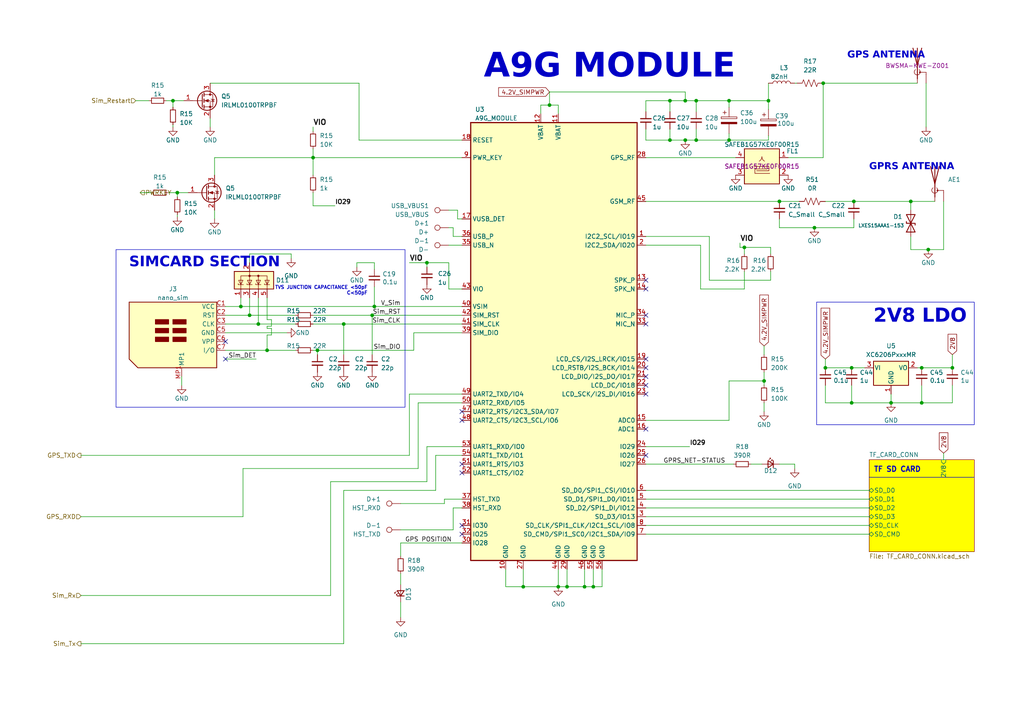
<source format=kicad_sch>
(kicad_sch (version 20230121) (generator eeschema)
  (paper "A4")
  (junction (at 161.925 170.18))
  (junction (at 267.335 116.84))
  (junction (at 69.85 88.9))
  (junction (at 172.085 170.18))
  (junction (at 151.765 170.18))
  (junction (at 269.24 72.39))
  (junction (at 194.31 29.21))
  (junction (at 222.885 29.21))
  (junction (at 194.31 40.64))
  (junction (at 247.015 106.68))
  (junction (at 92.075 101.6))
  (junction (at 276.225 106.68))
  (junction (at 159.385 30.48))
  (junction (at 247.65 58.42))
  (junction (at 198.755 40.64))
  (junction (at 108.585 88.9))
  (junction (at 221.615 110.49))
  (junction (at 247.015 116.84))
  (junction (at 211.455 40.64))
  (junction (at 226.06 58.42))
  (junction (at 99.695 93.98))
  (junction (at 264.16 58.42))
  (junction (at 51.435 55.88))
  (junction (at 107.95 91.44))
  (junction (at 201.93 29.21))
  (junction (at 123.825 76.2))
  (junction (at 239.395 106.68))
  (junction (at 50.165 29.21))
  (junction (at 258.445 116.84))
  (junction (at 90.805 45.72))
  (junction (at 201.93 40.64))
  (junction (at 74.93 93.98))
  (junction (at 72.39 91.44))
  (junction (at 215.9 71.755))
  (junction (at 198.755 29.21))
  (junction (at 267.335 106.68))
  (junction (at 164.465 170.18))
  (junction (at 77.47 101.6))
  (junction (at 211.455 29.21))
  (junction (at 236.22 66.04))
  (junction (at 169.545 170.18))
  (junction (at 238.76 24.13))
  (no_connect (at 187.325 111.76))
  (no_connect (at 187.325 91.44))
  (no_connect (at 187.325 104.14))
  (no_connect (at 133.985 119.38))
  (no_connect (at 187.325 83.82))
  (no_connect (at 187.325 114.3))
  (no_connect (at 187.325 132.08))
  (no_connect (at 187.325 109.22))
  (no_connect (at 133.985 134.62))
  (no_connect (at 133.985 154.94))
  (no_connect (at 187.325 124.46))
  (no_connect (at 187.325 93.98))
  (no_connect (at 187.325 81.28))
  (no_connect (at 133.985 121.92))
  (no_connect (at 65.405 99.06))
  (no_connect (at 133.985 137.16))
  (no_connect (at 65.405 104.14))
  (no_connect (at 187.325 106.68))
  (no_connect (at 133.985 152.4))
  (wire (pts (xy 108.585 76.2) (xy 108.585 78.105)))
  (wire (pts (xy 90.805 45.72) (xy 133.985 45.72)))
  (wire (pts (xy 211.455 110.49) (xy 221.615 110.49)))
  (wire (pts (xy 60.96 34.29) (xy 60.96 36.83)))
  (wire (pts (xy 107.95 102.87) (xy 107.95 91.44)))
  (wire (pts (xy 159.385 26.67) (xy 198.755 26.67)))
  (wire (pts (xy 50.165 31.115) (xy 50.165 29.21)))
  (wire (pts (xy 90.805 93.98) (xy 99.695 93.98)))
  (wire (pts (xy 267.335 106.68) (xy 276.225 106.68)))
  (wire (pts (xy 104.14 24.13) (xy 104.14 40.64)))
  (wire (pts (xy 264.16 60.96) (xy 264.16 58.42)))
  (wire (pts (xy 205.74 81.28) (xy 223.52 81.28)))
  (wire (pts (xy 126.365 142.24) (xy 99.695 142.24)))
  (wire (pts (xy 273.685 131.445) (xy 273.685 133.35)))
  (wire (pts (xy 198.755 26.67) (xy 198.755 29.21)))
  (wire (pts (xy 200.025 129.54) (xy 187.325 129.54)))
  (wire (pts (xy 51.435 55.88) (xy 54.61 55.88)))
  (wire (pts (xy 264.16 72.39) (xy 269.24 72.39)))
  (wire (pts (xy 90.805 36.83) (xy 90.805 38.1)))
  (wire (pts (xy 247.65 58.42) (xy 264.16 58.42)))
  (wire (pts (xy 50.165 36.83) (xy 50.165 36.195)))
  (wire (pts (xy 187.325 58.42) (xy 226.06 58.42)))
  (wire (pts (xy 264.16 58.42) (xy 271.145 58.42)))
  (wire (pts (xy 215.9 71.755) (xy 214.63 71.755)))
  (wire (pts (xy 77.47 95.25) (xy 78.74 95.25)))
  (wire (pts (xy 222.885 31.75) (xy 222.885 29.21)))
  (wire (pts (xy 221.615 110.49) (xy 221.615 111.76)))
  (wire (pts (xy 23.495 172.72) (xy 95.885 172.72)))
  (wire (pts (xy 239.395 58.42) (xy 247.65 58.42)))
  (wire (pts (xy 23.495 149.86) (xy 70.485 149.86)))
  (wire (pts (xy 164.465 165.1) (xy 164.465 170.18)))
  (wire (pts (xy 239.395 106.68) (xy 247.015 106.68)))
  (wire (pts (xy 247.65 66.04) (xy 236.22 66.04)))
  (wire (pts (xy 201.93 37.465) (xy 201.93 40.64)))
  (wire (pts (xy 65.405 91.44) (xy 72.39 91.44)))
  (wire (pts (xy 123.825 129.54) (xy 133.985 129.54)))
  (wire (pts (xy 238.76 24.13) (xy 266.065 24.13)))
  (wire (pts (xy 132.715 60.96) (xy 132.715 63.5)))
  (wire (pts (xy 130.175 71.12) (xy 133.985 71.12)))
  (wire (pts (xy 194.31 29.21) (xy 194.31 32.385)))
  (wire (pts (xy 203.2 83.82) (xy 203.2 71.12)))
  (wire (pts (xy 276.225 116.84) (xy 276.225 111.76)))
  (wire (pts (xy 65.405 93.98) (xy 74.93 93.98)))
  (wire (pts (xy 222.885 29.21) (xy 211.455 29.21)))
  (wire (pts (xy 258.445 116.84) (xy 258.445 114.3)))
  (wire (pts (xy 104.14 40.64) (xy 133.985 40.64)))
  (wire (pts (xy 226.06 58.42) (xy 231.775 58.42)))
  (wire (pts (xy 203.2 83.82) (xy 215.9 83.82)))
  (wire (pts (xy 74.93 93.98) (xy 85.725 93.98)))
  (wire (pts (xy 198.755 40.64) (xy 201.93 40.64)))
  (wire (pts (xy 187.325 147.32) (xy 252.095 147.32)))
  (wire (pts (xy 269.24 72.39) (xy 273.685 72.39)))
  (wire (pts (xy 130.175 66.04) (xy 131.445 66.04)))
  (wire (pts (xy 39.37 29.21) (xy 43.18 29.21)))
  (wire (pts (xy 151.765 165.1) (xy 151.765 170.18)))
  (wire (pts (xy 74.93 86.36) (xy 74.93 93.98)))
  (wire (pts (xy 116.205 166.37) (xy 116.205 169.545)))
  (wire (pts (xy 161.925 30.48) (xy 161.925 33.02)))
  (wire (pts (xy 40.64 55.88) (xy 43.815 55.88)))
  (wire (pts (xy 123.825 139.7) (xy 123.825 129.54)))
  (wire (pts (xy 205.74 68.58) (xy 205.74 81.28)))
  (wire (pts (xy 131.445 147.32) (xy 133.985 147.32)))
  (wire (pts (xy 130.175 76.2) (xy 130.175 83.82)))
  (wire (pts (xy 201.93 29.21) (xy 211.455 29.21)))
  (wire (pts (xy 120.015 96.52) (xy 120.015 101.6)))
  (wire (pts (xy 123.825 76.2) (xy 130.175 76.2)))
  (wire (pts (xy 198.755 29.21) (xy 201.93 29.21)))
  (wire (pts (xy 84.455 73.66) (xy 84.455 74.93)))
  (wire (pts (xy 65.405 88.9) (xy 69.85 88.9)))
  (wire (pts (xy 77.47 94.615) (xy 77.47 95.25)))
  (wire (pts (xy 217.805 134.62) (xy 220.98 134.62)))
  (wire (pts (xy 226.06 134.62) (xy 230.505 134.62)))
  (wire (pts (xy 159.385 30.48) (xy 161.925 30.48)))
  (wire (pts (xy 90.805 45.72) (xy 90.805 50.8)))
  (wire (pts (xy 214.63 70.485) (xy 214.63 71.755)))
  (wire (pts (xy 116.205 157.48) (xy 133.985 157.48)))
  (wire (pts (xy 78.74 97.155) (xy 77.47 97.155)))
  (wire (pts (xy 99.695 142.24) (xy 99.695 186.69)))
  (wire (pts (xy 116.205 153.67) (xy 131.445 153.67)))
  (wire (pts (xy 90.805 91.44) (xy 107.95 91.44)))
  (wire (pts (xy 52.705 109.22) (xy 52.705 111.76)))
  (wire (pts (xy 72.39 91.44) (xy 72.39 86.36)))
  (wire (pts (xy 65.405 104.14) (xy 74.295 104.14)))
  (wire (pts (xy 128.905 146.05) (xy 116.205 146.05)))
  (wire (pts (xy 133.985 144.78) (xy 128.905 144.78)))
  (wire (pts (xy 187.325 154.94) (xy 252.095 154.94)))
  (wire (pts (xy 130.175 83.82) (xy 133.985 83.82)))
  (wire (pts (xy 247.015 116.84) (xy 258.445 116.84)))
  (wire (pts (xy 172.085 170.18) (xy 174.625 170.18)))
  (wire (pts (xy 156.845 30.48) (xy 156.845 33.02)))
  (wire (pts (xy 77.47 86.36) (xy 77.47 92.71)))
  (wire (pts (xy 211.455 121.92) (xy 211.455 110.49)))
  (wire (pts (xy 70.485 135.89) (xy 70.485 149.86)))
  (wire (pts (xy 187.325 121.92) (xy 211.455 121.92)))
  (wire (pts (xy 266.065 106.68) (xy 267.335 106.68)))
  (wire (pts (xy 65.405 101.6) (xy 77.47 101.6)))
  (wire (pts (xy 169.545 165.1) (xy 169.545 170.18)))
  (wire (pts (xy 132.715 63.5) (xy 133.985 63.5)))
  (wire (pts (xy 77.47 94.615) (xy 78.74 94.615)))
  (wire (pts (xy 95.885 139.7) (xy 123.825 139.7)))
  (wire (pts (xy 264.16 68.58) (xy 264.16 72.39)))
  (wire (pts (xy 90.805 43.18) (xy 90.805 45.72)))
  (wire (pts (xy 69.85 88.9) (xy 69.85 86.36)))
  (wire (pts (xy 131.445 66.04) (xy 131.445 68.58)))
  (wire (pts (xy 60.96 24.13) (xy 104.14 24.13)))
  (wire (pts (xy 108.585 83.185) (xy 108.585 88.9)))
  (wire (pts (xy 247.65 63.5) (xy 247.65 66.04)))
  (wire (pts (xy 62.23 45.72) (xy 90.805 45.72)))
  (wire (pts (xy 239.395 104.14) (xy 239.395 106.68)))
  (wire (pts (xy 239.395 111.76) (xy 239.395 116.84)))
  (wire (pts (xy 164.465 170.18) (xy 169.545 170.18)))
  (wire (pts (xy 131.445 68.58) (xy 133.985 68.58)))
  (wire (pts (xy 126.365 132.08) (xy 126.365 142.24)))
  (wire (pts (xy 273.685 58.42) (xy 273.685 72.39)))
  (wire (pts (xy 198.755 29.21) (xy 194.31 29.21)))
  (wire (pts (xy 62.23 50.8) (xy 62.23 45.72)))
  (wire (pts (xy 223.52 71.755) (xy 223.52 73.66)))
  (wire (pts (xy 221.615 119.38) (xy 221.615 116.84)))
  (wire (pts (xy 131.445 153.67) (xy 131.445 147.32)))
  (wire (pts (xy 187.325 134.62) (xy 212.725 134.62)))
  (wire (pts (xy 133.985 132.08) (xy 126.365 132.08)))
  (wire (pts (xy 95.885 172.72) (xy 95.885 139.7)))
  (wire (pts (xy 90.805 101.6) (xy 92.075 101.6)))
  (wire (pts (xy 238.76 24.13) (xy 238.76 45.72)))
  (wire (pts (xy 174.625 170.18) (xy 174.625 165.1)))
  (wire (pts (xy 128.905 144.78) (xy 128.905 146.05)))
  (wire (pts (xy 161.925 170.18) (xy 164.465 170.18)))
  (wire (pts (xy 77.47 101.6) (xy 85.725 101.6)))
  (wire (pts (xy 215.9 73.66) (xy 215.9 71.755)))
  (wire (pts (xy 133.985 116.84) (xy 121.285 116.84)))
  (wire (pts (xy 211.455 31.115) (xy 211.455 29.21)))
  (wire (pts (xy 48.895 55.88) (xy 51.435 55.88)))
  (wire (pts (xy 107.95 91.44) (xy 133.985 91.44)))
  (wire (pts (xy 23.495 132.08) (xy 118.745 132.08)))
  (wire (pts (xy 116.205 174.625) (xy 116.205 179.07)))
  (polyline (pts (xy 252.095 138.43) (xy 282.575 138.43)))
  (wire (pts (xy 121.285 135.89) (xy 70.485 135.89)))
  (wire (pts (xy 187.325 149.86) (xy 252.095 149.86)))
  (wire (pts (xy 159.385 30.48) (xy 156.845 30.48)))
  (wire (pts (xy 226.06 66.04) (xy 226.06 63.5)))
  (wire (pts (xy 51.435 62.865) (xy 51.435 62.23)))
  (wire (pts (xy 118.745 76.2) (xy 123.825 76.2)))
  (wire (pts (xy 90.805 59.69) (xy 97.155 59.69)))
  (wire (pts (xy 211.455 40.64) (xy 211.455 38.735)))
  (wire (pts (xy 118.745 114.3) (xy 133.985 114.3)))
  (wire (pts (xy 48.26 29.21) (xy 50.165 29.21)))
  (wire (pts (xy 222.885 39.37) (xy 222.885 40.64)))
  (wire (pts (xy 23.495 186.69) (xy 99.695 186.69)))
  (wire (pts (xy 187.325 68.58) (xy 205.74 68.58)))
  (wire (pts (xy 51.435 57.15) (xy 51.435 55.88)))
  (wire (pts (xy 146.685 170.18) (xy 151.765 170.18)))
  (wire (pts (xy 50.165 29.21) (xy 53.34 29.21)))
  (wire (pts (xy 130.175 60.96) (xy 132.715 60.96)))
  (wire (pts (xy 230.505 134.62) (xy 230.505 135.89)))
  (wire (pts (xy 78.74 95.25) (xy 78.74 97.155)))
  (wire (pts (xy 211.455 40.64) (xy 222.885 40.64)))
  (wire (pts (xy 118.745 132.08) (xy 118.745 114.3)))
  (wire (pts (xy 215.9 78.74) (xy 215.9 83.82)))
  (wire (pts (xy 159.385 26.67) (xy 159.385 30.48)))
  (wire (pts (xy 187.325 45.72) (xy 213.36 45.72)))
  (wire (pts (xy 221.615 100.33) (xy 221.615 102.87)))
  (wire (pts (xy 194.31 37.465) (xy 194.31 40.64)))
  (wire (pts (xy 151.765 170.18) (xy 161.925 170.18)))
  (wire (pts (xy 103.505 76.2) (xy 108.585 76.2)))
  (wire (pts (xy 161.925 165.1) (xy 161.925 170.18)))
  (wire (pts (xy 194.31 40.64) (xy 198.755 40.64)))
  (wire (pts (xy 221.615 107.95) (xy 221.615 110.49)))
  (wire (pts (xy 78.74 92.71) (xy 78.74 94.615)))
  (wire (pts (xy 77.47 92.71) (xy 78.74 92.71)))
  (wire (pts (xy 92.075 101.6) (xy 92.075 102.87)))
  (wire (pts (xy 116.205 157.48) (xy 116.205 161.29)))
  (wire (pts (xy 90.805 55.88) (xy 90.805 59.69)))
  (wire (pts (xy 203.2 71.12) (xy 187.325 71.12)))
  (wire (pts (xy 121.285 116.84) (xy 121.285 135.89)))
  (wire (pts (xy 133.985 96.52) (xy 120.015 96.52)))
  (wire (pts (xy 187.325 37.465) (xy 187.325 40.64)))
  (wire (pts (xy 222.885 24.13) (xy 222.885 29.21)))
  (wire (pts (xy 65.405 96.52) (xy 83.185 96.52)))
  (wire (pts (xy 231.14 24.13) (xy 230.505 24.13)))
  (wire (pts (xy 99.695 102.87) (xy 99.695 93.98)))
  (wire (pts (xy 215.9 71.755) (xy 223.52 71.755)))
  (wire (pts (xy 194.31 29.21) (xy 187.325 29.21)))
  (wire (pts (xy 239.395 116.84) (xy 247.015 116.84)))
  (wire (pts (xy 103.505 77.47) (xy 103.505 76.2)))
  (wire (pts (xy 187.325 40.64) (xy 194.31 40.64)))
  (wire (pts (xy 187.325 29.21) (xy 187.325 32.385)))
  (wire (pts (xy 108.585 88.9) (xy 133.985 88.9)))
  (wire (pts (xy 247.015 106.68) (xy 250.825 106.68)))
  (wire (pts (xy 72.39 73.66) (xy 72.39 76.2)))
  (wire (pts (xy 223.52 78.74) (xy 223.52 81.28)))
  (wire (pts (xy 99.695 93.98) (xy 133.985 93.98)))
  (wire (pts (xy 187.325 142.24) (xy 252.095 142.24)))
  (wire (pts (xy 62.23 60.96) (xy 62.23 63.5)))
  (wire (pts (xy 77.47 97.155) (xy 77.47 101.6)))
  (wire (pts (xy 236.22 66.04) (xy 226.06 66.04)))
  (wire (pts (xy 69.85 88.9) (xy 108.585 88.9)))
  (wire (pts (xy 228.6 45.72) (xy 238.76 45.72)))
  (wire (pts (xy 268.605 36.83) (xy 268.605 24.13)))
  (wire (pts (xy 172.085 165.1) (xy 172.085 170.18)))
  (wire (pts (xy 267.335 111.76) (xy 267.335 116.84)))
  (wire (pts (xy 201.93 40.64) (xy 211.455 40.64)))
  (wire (pts (xy 247.015 111.76) (xy 247.015 116.84)))
  (wire (pts (xy 201.93 29.21) (xy 201.93 32.385)))
  (wire (pts (xy 276.225 102.87) (xy 276.225 106.68)))
  (wire (pts (xy 146.685 165.1) (xy 146.685 170.18)))
  (wire (pts (xy 258.445 116.84) (xy 267.335 116.84)))
  (wire (pts (xy 187.325 144.78) (xy 252.095 144.78)))
  (wire (pts (xy 267.335 116.84) (xy 276.225 116.84)))
  (wire (pts (xy 72.39 91.44) (xy 85.725 91.44)))
  (wire (pts (xy 84.455 73.66) (xy 72.39 73.66)))
  (wire (pts (xy 169.545 170.18) (xy 172.085 170.18)))
  (wire (pts (xy 92.075 101.6) (xy 120.015 101.6)))
  (wire (pts (xy 123.825 76.2) (xy 123.825 77.47)))
  (wire (pts (xy 187.325 152.4) (xy 252.095 152.4)))
  (rectangle (start 236.855 87.63) (end 282.575 123.19))
  (rectangle (start 33.655 72.39) (end 117.475 118.11))
  (text "GPS ANTENNA" (at 245.745 17.78 0) (effects (font (size 2 2) (thickness 0.4) bold) (justify left bottom)))
  (text "SIMCARD SECTION" (at 37.465 78.74 0) (effects (font (size 3 3) (thickness 0.6) bold) (justify left bottom)))
  (text "TVS JUNCTION CAPACITANCE <50pF\nC<50pF" (at 106.68 85.725 0) (effects (font (size 1 1) bold) (justify right bottom)))
  (text "2V8 LDO" (at 253.365 95.25 0) (effects (font (size 4 4) bold) (justify left bottom)))
  (text "A9G MODULE" (at 140.335 25.4 0) (effects (font (size 7 7) bold) (justify left bottom)))
  (text "TF SD CARD" (at 253.365 137.16 0) (effects (font (size 1.5 1.5) (thickness 0.3) bold) (justify left bottom)))
  (text "GPRS ANTENNA" (at 252.095 50.165 0) (effects (font (size 2 2) (thickness 0.4) bold) (justify left bottom)))
  (label "IO29" (at 97.155 59.69 0) (effects (font bold)))
  (label "IO29" (at 200.025 129.54 0) (effects (font bold)))
  (label "Sim_CLK" (at 116.205 93.98 180))
  (label "Sim_RST" (at 116.205 91.44 180))
  (label "Sim_DET" (at 74.295 104.14 180))
  (label "Sim_DIO" (at 116.205 101.6 180))
  (label "VIO" (at 214.63 70.485 0) (effects (font (size 1.5 1.5) (thickness 0.3) bold)))
  (label "VIO" (at 118.745 76.2 0) (effects (font (size 1.5 1.5) (thickness 0.3) bold)))
  (label "GPRS_NET-STATUS" (at 192.405 134.62 0))
  (label "V_Sim" (at 116.205 88.9 180))
  (label "GPS POSITION" (at 117.475 157.48 0))
  (label "VIO" (at 90.805 36.83 0) (effects (font (size 1.5 1.5) (thickness 0.3) bold)))
  (global_label "2V8" (shape input) (at 273.685 131.445 90) (property "Intersheetrefs" "${INTERSHEET_REFS}" (effects hide)))
  (global_label "4.2V_SIMPWR" (shape input) (at 239.395 104.14 90) (property "Intersheetrefs" "${INTERSHEET_REFS}" (effects hide)))
  (global_label "4.2V_SIMPWR" (shape input) (at 159.385 26.67 180) (property "Intersheetrefs" "${INTERSHEET_REFS}" (effects hide)))
  (global_label "4.2V_SIMPWR" (shape input) (at 221.615 100.33 90) (property "Intersheetrefs" "${INTERSHEET_REFS}" (effects hide)))
  (global_label "2V8" (shape input) (at 276.225 102.87 90) (property "Intersheetrefs" "${INTERSHEET_REFS}" (effects hide)))
  (hierarchical_label "PWRKEY" (shape input) (at 40.64 55.88 0))
  (hierarchical_label "GPS_RXD" (shape input) (at 23.495 149.86 180))
  (hierarchical_label "Sim_Restart" (shape input) (at 39.37 29.21 180))
  (hierarchical_label "Sim_Rx" (shape input) (at 23.495 172.72 180))
  (hierarchical_label "GPS_TXD" (shape output) (at 23.495 132.08 180))
  (hierarchical_label "Sim_Tx" (shape output) (at 23.495 186.69 180))
  (symbol (lib_id "Transistor_FET:BSN20") (at 59.69 55.88 0) (unit 1)
    (property "Reference" "Q5" (at 65.405 54.61 0) (effects (justify left)))
    (property "Value" "IRLML0100TRPBF" (at 65.405 57.15 0) (effects (justify left)))
    (property "Footprint" "Package_TO_SOT_SMD:SOT-23" (effects hide))
    (property "Datasheet" "http://www.diodes.com/assets/Datasheets/ds31898.pdf" (effects hide))
    (instances (project "SIM7000G_GPS_GPRS_MODULE" (path "" (reference "Q5") (unit 1))) (project "GPS_MODULE_V3.kicad_pro" (path "" (reference "Q3") (unit 1))) (project "proxy_obdII_logger_hardware" (path "" (reference "Q5") (unit 1))) (project "Weather_Station_Project" (path "" (reference "Q5") (unit 1))) (project "BIM_PCB" (path "" (reference "Q6") (unit 1))) (project "SIM_Module_Interface" (path "" (reference "Q5") (unit 1))) (project "ELIESTER_V2" (path "" (reference "Q8") (unit 1))))
  )
  (symbol (lib_id "Device:R_Small") (at 90.805 53.34 180) (unit 1)
    (property "Reference" "R15" (at 92.71 52.07 0) (effects (justify right)))
    (property "Value" "1k" (at 92.71 54.61 0) (effects (justify right)))
    (property "Footprint" "Resistor_SMD:R_0402_1005Metric" (effects hide))
    (instances (project "SIM7000G_GPS_GPRS_MODULE" (path "" (reference "R15") (unit 1))) (project "GPS_MODULE_V3.kicad_pro" (path "" (reference "R12") (unit 1))) (project "proxy_obdII_logger_hardware" (path "" (reference "R15") (unit 1))) (project "Weather_Station_Project" (path "" (reference "R15") (unit 1))) (project "BIM_PCB" (path "" (reference "R23") (unit 1))) (project "SIM_Module_Interface" (path "" (reference "R15") (unit 1))) (project "ELIESTER_V2" (path "" (reference "R60") (unit 1))))
  )
  (symbol (lib_id "Device:R_Small") (at 90.805 40.64 180) (unit 1)
    (property "Reference" "R15" (at 92.71 39.37 0) (effects (justify right)))
    (property "Value" "10K" (at 92.71 41.91 0) (effects (justify right)))
    (property "Footprint" "Resistor_SMD:R_0402_1005Metric" (effects hide))
    (instances (project "SIM7000G_GPS_GPRS_MODULE" (path "" (reference "R15") (unit 1))) (project "GPS_MODULE_V3.kicad_pro" (path "" (reference "R11") (unit 1))) (project "proxy_obdII_logger_hardware" (path "" (reference "R15") (unit 1))) (project "Weather_Station_Project" (path "" (reference "R16") (unit 1))) (project "BIM_PCB" (path "" (reference "R22") (unit 1))) (project "SIM_Module_Interface" (path "" (reference "R15") (unit 1))) (project "ELIESTER_V2" (path "" (reference "R61") (unit 1))))
  )
  (symbol (lib_id "Device:R_Small") (at 51.435 59.69 180) (unit 1)
    (property "Reference" "R15" (at 53.34 59.055 0) (effects (justify right)))
    (property "Value" "10K" (at 53.34 61.595 0) (effects (justify right)))
    (property "Footprint" "Resistor_SMD:R_0402_1005Metric" (effects hide))
    (instances (project "SIM7000G_GPS_GPRS_MODULE" (path "" (reference "R15") (unit 1))) (project "GPS_MODULE_V3.kicad_pro" (path "" (reference "R14") (unit 1))) (project "proxy_obdII_logger_hardware" (path "" (reference "R15") (unit 1))) (project "Weather_Station_Project" (path "" (reference "R16") (unit 1))) (project "BIM_PCB" (path "" (reference "R25") (unit 1))) (project "SIM_Module_Interface" (path "" (reference "R15") (unit 1))) (project "ELIESTER_V2" (path "" (reference "R61") (unit 1))))
  )
  (symbol (lib_id "Device:LED_Small") (at 223.52 134.62 0) (mirror y) (unit 1)
    (property "Reference" "D12" (at 223.52 136.525 0))
    (property "Value" "ORANGE" (effects hide))
    (property "Footprint" "LED_SMD:LED_0402_1005Metric" (effects hide))
    (instances (project "SIM7000G_GPS_GPRS_MODULE" (path "" (reference "D12") (unit 1))) (project "GPS_MODULE_V3.kicad_pro" (path "" (reference "D8") (unit 1))) (project "proxy_obdII_logger_hardware" (path "" (reference "D12") (unit 1))) (project "Weather_Station_Project" (path "" (reference "D3") (unit 1))) (project "BIM_PCB" (path "" (reference "D5") (unit 1))) (project "SIM_Module_Interface" (path "" (reference "D12") (unit 1))) (project "ELIESTER_V2" (path "" (reference "D20") (unit 1))))
  )
  (symbol (lib_id "power:GND") (at 268.605 36.83 0) (unit 1)
    (property "Reference" "#PWR030" (effects hide))
    (property "Value" "GND" (at 268.605 40.64 0))
  )
  (symbol (lib_id "power:GND") (at 221.615 119.38 0) (unit 1)
    (property "Reference" "#PWR031" (effects hide))
    (property "Value" "GND" (at 221.615 123.19 0))
    (instances (project "SIM7000G_GPS_GPRS_MODULE" (path "" (reference "#PWR031") (unit 1))) (project "GPS_MODULE_V3.kicad_pro" (path "" (reference "#PWR031") (unit 1))) (project "proxy_obdII_logger_hardware" (path "" (reference "#PWR031") (unit 1))) (project "Weather_Station_Project" (path "" (reference "#PWR023") (unit 1))) (project "BIM_PCB" (path "" (reference "#PWR0124") (unit 1))) (project "SIM_Module_Interface" (path "" (reference "#PWR031") (unit 1))) (project "ELIESTER_V2" (path "" (reference "#PWR0154") (unit 1))))
  )
  (symbol (lib_id "Device:C_Small") (at 92.075 105.41 0) (mirror y) (unit 1)
    (property "Reference" "C2" (at 95.25 104.1463 0) (effects (justify right)))
    (property "Value" "22p" (at 95.25 106.6863 0) (effects (justify right)))
    (property "Footprint" "Capacitor_SMD:C_0402_1005Metric" (effects hide))
    (instances (project "SIM7000G_GPS_GPRS_MODULE" (path "" (reference "C2") (unit 1))) (project "GPS_MODULE_V3.kicad_pro" (path "" (reference "C21") (unit 1))) (project "Weather_Station_Project" (path "" (reference "C2") (unit 1))) (project "BIM_PCB" (path "" (reference "C18") (unit 1))) (project "ELIESTER_V2" (path "" (reference "C87") (unit 1))))
  )
  (symbol (lib_id "Connector:TestPoint") (at 116.205 146.05 90) (mirror x) (unit 1)
    (property "Reference" "D+1" (at 110.49 144.78 90) (effects (justify left)))
    (property "Value" "HST_RXD" (at 110.49 147.32 90) (effects (justify left)))
    (property "Footprint" "brilliant-kicad-library:TestPoint_Pad_D0.9mm" (effects hide))
    (instances (project "SIM7000G_GPS_GPRS_MODULE" (path "" (reference "D+1") (unit 1))) (project "GPS_MODULE_V3.kicad_pro" (path "" (reference "HST_RXD1") (unit 1))) (project "Weather_Station_Project" (path "" (reference "D+1") (unit 1))) (project "BIM_PCB" (path "" (reference "HST_RXD1") (unit 1))) (project "ELIESTER_V2" (path "" (reference "D+1") (unit 1))))
  )
  (symbol (lib_id "Device:R_Small") (at 50.165 33.655 180) (unit 1)
    (property "Reference" "R15" (at 52.07 33.02 0) (effects (justify right)))
    (property "Value" "10K" (at 52.07 35.56 0) (effects (justify right)))
    (property "Footprint" "Resistor_SMD:R_0402_1005Metric" (effects hide))
    (instances (project "SIM7000G_GPS_GPRS_MODULE" (path "" (reference "R15") (unit 1))) (project "GPS_MODULE_V3.kicad_pro" (path "" (reference "R10") (unit 1))) (project "proxy_obdII_logger_hardware" (path "" (reference "R15") (unit 1))) (project "Weather_Station_Project" (path "" (reference "R14") (unit 1))) (project "BIM_PCB" (path "" (reference "R21") (unit 1))) (project "SIM_Module_Interface" (path "" (reference "R15") (unit 1))) (project "ELIESTER_V2" (path "" (reference "R59") (unit 1))))
  )
  (symbol (lib_id "Device:C_Small") (at 226.06 60.96 180) (unit 1)
    (property "Reference" "C21" (at 228.6 59.6836 0) (effects (justify right)))
    (property "Value" "C_Small" (at 228.6 62.2236 0) (effects (justify right)))
    (property "Footprint" "Capacitor_SMD:C_0402_1005Metric" (effects hide))
  )
  (symbol (lib_id "power:GND") (at 230.505 135.89 0) (unit 1)
    (property "Reference" "#PWR033" (effects hide))
    (property "Value" "GND" (at 230.505 140.97 0))
    (instances (project "GPS_MODULE_V3.kicad_pro" (path "" (reference "#PWR033") (unit 1))) (project "BIM_PCB" (path "" (reference "#PWR099") (unit 1))) (project "ELIESTER_V2" (path "" (reference "#PWR0137") (unit 1))))
  )
  (symbol (lib_id "Regulator_Linear:XC6206PxxxMR") (at 258.445 106.68 0) (unit 1)
    (property "Reference" "U5" (at 258.445 100.33 0))
    (property "Value" "XC6206PxxxMR" (at 258.445 102.87 0))
    (property "Footprint" "Package_TO_SOT_SMD:SOT-23-3" (effects hide))
    (property "Datasheet" "https://www.torexsemi.com/file/xc6206/XC6206.pdf" (effects hide))
    (instances (project "GPS_MODULE_V3.kicad_pro" (path "" (reference "U5") (unit 1))) (project "BIM_PCB" (path "" (reference "U17") (unit 1))))
  )
  (symbol (lib_id "Device:R_Small") (at 45.72 29.21 90) (unit 1)
    (property "Reference" "R15" (at 45.72 24.765 90))
    (property "Value" "1k" (at 45.72 27.305 90))
    (property "Footprint" "Resistor_SMD:R_0402_1005Metric" (effects hide))
    (instances (project "SIM7000G_GPS_GPRS_MODULE" (path "" (reference "R15") (unit 1))) (project "GPS_MODULE_V3.kicad_pro" (path "" (reference "R9") (unit 1))) (project "proxy_obdII_logger_hardware" (path "" (reference "R15") (unit 1))) (project "Weather_Station_Project" (path "" (reference "R6") (unit 1))) (project "BIM_PCB" (path "" (reference "R20") (unit 1))) (project "SIM_Module_Interface" (path "" (reference "R15") (unit 1))) (project "ELIESTER_V2" (path "" (reference "R58") (unit 1))))
  )
  (symbol (lib_id "Device:C_Small") (at 107.95 105.41 0) (mirror y) (unit 1)
    (property "Reference" "C2" (at 110.49 104.1463 0) (effects (justify right)))
    (property "Value" "22p" (at 110.49 106.6863 0) (effects (justify right)))
    (property "Footprint" "Capacitor_SMD:C_0402_1005Metric" (effects hide))
    (instances (project "SIM7000G_GPS_GPRS_MODULE" (path "" (reference "C2") (unit 1))) (project "GPS_MODULE_V3.kicad_pro" (path "" (reference "C23") (unit 1))) (project "Weather_Station_Project" (path "" (reference "C2") (unit 1))) (project "BIM_PCB" (path "" (reference "C20") (unit 1))) (project "ELIESTER_V2" (path "" (reference "C89") (unit 1))))
  )
  (symbol (lib_id "power:GND") (at 60.96 36.83 0) (unit 1)
    (property "Reference" "#PWR031" (effects hide))
    (property "Value" "GND" (at 60.96 40.64 0))
    (instances (project "SIM7000G_GPS_GPRS_MODULE" (path "" (reference "#PWR031") (unit 1))) (project "GPS_MODULE_V3.kicad_pro" (path "" (reference "#PWR08") (unit 1))) (project "proxy_obdII_logger_hardware" (path "" (reference "#PWR031") (unit 1))) (project "Weather_Station_Project" (path "" (reference "#PWR05") (unit 1))) (project "BIM_PCB" (path "" (reference "#PWR017") (unit 1))) (project "SIM_Module_Interface" (path "" (reference "#PWR031") (unit 1))) (project "ELIESTER_V2" (path "" (reference "#PWR0152") (unit 1))))
  )
  (symbol (lib_id "MCD_MODULES:A9G_MODULE") (at 156.845 33.02 0) (unit 1)
    (property "Reference" "U3" (at 137.795 31.75 0) (effects (justify left)))
    (property "Value" "A9G_MODULE" (at 137.795 34.29 0) (effects (justify left)))
    (property "Footprint" "MACHADA_footprints:A9G_MODULE" (effects hide))
  )
  (symbol (lib_id "Device:R_Small") (at 221.615 105.41 180) (unit 1)
    (property "Reference" "R15" (at 223.52 104.14 0) (effects (justify right)))
    (property "Value" "200K" (at 223.52 106.68 0) (effects (justify right)))
    (property "Footprint" "Resistor_SMD:R_0402_1005Metric" (effects hide))
    (instances (project "SIM7000G_GPS_GPRS_MODULE" (path "" (reference "R15") (unit 1))) (project "GPS_MODULE_V3.kicad_pro" (path "" (reference "R20") (unit 1))) (project "proxy_obdII_logger_hardware" (path "" (reference "R15") (unit 1))) (project "Weather_Station_Project" (path "" (reference "R16") (unit 1))) (project "BIM_PCB" (path "" (reference "R33") (unit 1))) (project "SIM_Module_Interface" (path "" (reference "R15") (unit 1))) (project "ELIESTER_V2" (path "" (reference "R61") (unit 1))))
  )
  (symbol (lib_id "power:GND") (at 62.23 63.5 0) (unit 1)
    (property "Reference" "#PWR031" (effects hide))
    (property "Value" "GND" (at 62.23 67.31 0))
    (instances (project "SIM7000G_GPS_GPRS_MODULE" (path "" (reference "#PWR031") (unit 1))) (project "GPS_MODULE_V3.kicad_pro" (path "" (reference "#PWR013") (unit 1))) (project "proxy_obdII_logger_hardware" (path "" (reference "#PWR031") (unit 1))) (project "Weather_Station_Project" (path "" (reference "#PWR048") (unit 1))) (project "BIM_PCB" (path "" (reference "#PWR097") (unit 1))) (project "SIM_Module_Interface" (path "" (reference "#PWR031") (unit 1))) (project "ELIESTER_V2" (path "" (reference "#PWR0155") (unit 1))))
  )
  (symbol (lib_id "fridgeduino-rescue:C_Small-Device") (at 239.395 109.22 0) (unit 1)
    (property "Reference" "C45" (at 241.7318 108.0516 0) (effects (justify left)))
    (property "Value" "0.1u" (at 241.7318 110.363 0) (effects (justify left)))
    (property "Footprint" "Capacitor_SMD:C_0402_1005Metric" (effects hide))
    (instances (project "soilpal_v2_display" (path "" (reference "C45") (unit 1))) (project "GPS_MODULE_V3.kicad_pro" (path "" (reference "C24") (unit 1))) (project "BIM_PCB" (path "" (reference "C14") (unit 1))) (project "sd_card" (path "" (reference "C13") (unit 1))))
  )
  (symbol (lib_id "Device:C_Small") (at 123.825 80.01 0) (unit 1)
    (property "Reference" "C26" (at 127 79.3813 0) (effects (justify left)))
    (property "Value" "1u" (at 127 81.9213 0) (effects (justify left)))
    (property "Footprint" "Capacitor_SMD:C_0402_1005Metric" (effects hide))
    (instances (project "soilpal_v2_display" (path "" (reference "C26") (unit 1))) (project "GPS_MODULE_V3.kicad_pro" (path "" (reference "C20") (unit 1))) (project "proxy_obdII_logger_hardware" (path "" (reference "C23") (unit 1))) (project "Weather_Station_Project" (path "" (reference "C23") (unit 1))) (project "BIM_PCB" (path "" (reference "C29") (unit 1))) (project "ELIESTER_V2" (path "" (reference "C?") (unit 1)) (path "" (reference "C81") (unit 1))))
  )
  (symbol (lib_id "power:GND") (at 116.205 179.07 0) (unit 1)
    (property "Reference" "#PWR037" (effects hide))
    (property "Value" "GND" (at 116.205 184.15 0))
    (instances (project "GPS_MODULE_V3.kicad_pro" (path "" (reference "#PWR037") (unit 1))) (project "BIM_PCB" (path "" (reference "#PWR0100") (unit 1))))
  )
  (symbol (lib_id "power:GND") (at 258.445 116.84 0) (mirror y) (unit 1)
    (property "Reference" "#PWR0118" (effects hide))
    (property "Value" "GND" (at 258.445 121.92 0))
    (instances (project "soilpal_v2_display" (path "" (reference "#PWR0118") (unit 1))) (project "GPS_MODULE_V3.kicad_pro" (path "" (reference "#PWR030") (unit 1))) (project "BIM_PCB" (path "" (reference "#PWR0125") (unit 1))))
  )
  (symbol (lib_id "power:GND") (at 123.825 82.55 0) (unit 1)
    (property "Reference" "#PWR031" (effects hide))
    (property "Value" "GND" (at 123.825 86.36 0))
    (instances (project "SIM7000G_GPS_GPRS_MODULE" (path "" (reference "#PWR031") (unit 1))) (project "GPS_MODULE_V3.kicad_pro" (path "" (reference "#PWR024") (unit 1))) (project "proxy_obdII_logger_hardware" (path "" (reference "#PWR031") (unit 1))) (project "Weather_Station_Project" (path "" (reference "#PWR048") (unit 1))) (project "BIM_PCB" (path "" (reference "#PWR027") (unit 1))) (project "SIM_Module_Interface" (path "" (reference "#PWR031") (unit 1))) (project "ELIESTER_V2" (path "" (reference "#PWR0155") (unit 1))))
  )
  (symbol (lib_id "Device:C_Small") (at 99.695 105.41 0) (mirror y) (unit 1)
    (property "Reference" "C2" (at 102.87 104.1463 0) (effects (justify right)))
    (property "Value" "22p" (at 102.87 106.6863 0) (effects (justify right)))
    (property "Footprint" "Capacitor_SMD:C_0402_1005Metric" (effects hide))
    (instances (project "SIM7000G_GPS_GPRS_MODULE" (path "" (reference "C2") (unit 1))) (project "GPS_MODULE_V3.kicad_pro" (path "" (reference "C22") (unit 1))) (project "Weather_Station_Project" (path "" (reference "C2") (unit 1))) (project "BIM_PCB" (path "" (reference "C19") (unit 1))) (project "ELIESTER_V2" (path "" (reference "C88") (unit 1))))
  )
  (symbol (lib_id "Device:R_Small") (at 223.52 76.2 0) (mirror x) (unit 1)
    (property "Reference" "R16" (at 222.25 75.565 0) (effects (justify right)))
    (property "Value" "2.2K" (at 222.25 78.105 0) (effects (justify right)))
    (property "Footprint" "Resistor_SMD:R_0402_1005Metric" (effects hide))
    (instances (project "SIM7000G_GPS_GPRS_MODULE" (path "" (reference "R16") (unit 1))) (project "GPS_MODULE_V3.kicad_pro" (path "" (reference "R15") (unit 1))) (project "proxy_obdII_logger_hardware" (path "" (reference "R16") (unit 1))) (project "Weather_Station_Project" (path "" (reference "R23") (unit 1))) (project "BIM_PCB" (path "" (reference "R26") (unit 1))) (project "SIM_Module_Interface" (path "" (reference "R16") (unit 1))) (project "ELIESTER_V2" (path "" (reference "R62") (unit 1))))
  )
  (symbol (lib_id "Device:D_TVS") (at 264.16 64.77 90) (unit 1)
    (property "Reference" "D1" (at 259.08 62.865 90) (effects (justify right)))
    (property "Value" "LXES15AAA1-153" (at 248.92 65.405 90) (effects (font (size 1 1)) (justify right)))
    (property "Footprint" "Diode_SMD:D_0402_1005Metric" (effects hide))
    (instances (project "SIM7000G_GPS_GPRS_MODULE" (path "" (reference "D1") (unit 1))) (project "GPS_MODULE_V3.kicad_pro" (path "" (reference "D6") (unit 1))) (project "Weather_Station_Project" (path "" (reference "D1") (unit 1))) (project "BIM_PCB" (path "" (reference "D3") (unit 1))) (project "ELIESTER_V2" (path "" (reference "D18") (unit 1))))
  )
  (symbol (lib_id "fridgeduino-rescue:C_Small-Device") (at 108.585 80.645 0) (unit 1)
    (property "Reference" "C19" (at 110.9218 79.4766 0) (effects (justify left)))
    (property "Value" "0.1u" (at 110.9218 81.788 0) (effects (justify left)))
    (property "Footprint" "Capacitor_SMD:C_0402_1005Metric" (effects hide))
    (instances (project "GPS_MODULE_V3.kicad_pro" (path "" (reference "C19") (unit 1))) (project "BIM_PCB" (path "" (reference "C28") (unit 1))))
  )
  (symbol (lib_id "Device:Antenna_Shield") (at 271.145 53.34 0) (unit 1)
    (property "Reference" "AE1" (at 274.955 52.07 0) (effects (justify left)))
    (property "Value" "Antenna_Shield" (effects hide))
    (property "Footprint" "greencharge-footprints:UFL_COAX_CONN23370191" (effects hide))
    (instances (project "SIM7000G_GPS_GPRS_MODULE" (path "" (reference "AE1") (unit 1))) (project "GPS_MODULE_V3.kicad_pro" (path "" (reference "AE2") (unit 1))) (project "proxy_obdII_logger_hardware" (path "" (reference "AE1") (unit 1))) (project "Weather_Station_Project" (path "" (reference "AE2") (unit 1))) (project "BIM_PCB" (path "" (reference "AE2") (unit 1))) (project "SIM_Module_Interface" (path "" (reference "AE1") (unit 1))) (project "ELIESTER_V2" (path "" (reference "AE2") (unit 1))))
  )
  (symbol (lib_id "power:GND") (at 50.165 36.83 0) (unit 1)
    (property "Reference" "#PWR031" (effects hide))
    (property "Value" "GND" (at 50.165 40.64 0))
    (instances (project "SIM7000G_GPS_GPRS_MODULE" (path "" (reference "#PWR031") (unit 1))) (project "GPS_MODULE_V3.kicad_pro" (path "" (reference "#PWR07") (unit 1))) (project "proxy_obdII_logger_hardware" (path "" (reference "#PWR031") (unit 1))) (project "Weather_Station_Project" (path "" (reference "#PWR04") (unit 1))) (project "BIM_PCB" (path "" (reference "#PWR07") (unit 1))) (project "SIM_Module_Interface" (path "" (reference "#PWR031") (unit 1))) (project "ELIESTER_V2" (path "" (reference "#PWR0151") (unit 1))))
  )
  (symbol (lib_id "fridgeduino-rescue:C_Small-Device") (at 247.015 109.22 0) (unit 1)
    (property "Reference" "C44" (at 249.3518 108.0516 0) (effects (justify left)))
    (property "Value" "1u" (at 249.3518 110.363 0) (effects (justify left)))
    (property "Footprint" "Capacitor_SMD:C_0402_1005Metric" (effects hide))
    (instances (project "soilpal_v2_display" (path "" (reference "C44") (unit 1))) (project "GPS_MODULE_V3.kicad_pro" (path "" (reference "C25") (unit 1))) (project "BIM_PCB" (path "" (reference "C15") (unit 1))) (project "sd_card" (path "" (reference "C14") (unit 1))))
  )
  (symbol (lib_id "Device:R_US") (at 235.585 58.42 90) (unit 1)
    (property "Reference" "R51" (at 235.585 52.07 90))
    (property "Value" "0R" (at 235.585 54.61 90))
    (property "Footprint" "Resistor_SMD:R_0402_1005Metric" (effects hide))
  )
  (symbol (lib_id "Device:R_Small") (at 88.265 101.6 270) (unit 1)
    (property "Reference" "R15" (at 85.09 100.33 90))
    (property "Value" "22R" (at 92.71 100.33 90))
    (property "Footprint" "Resistor_SMD:R_0402_1005Metric" (effects hide))
    (instances (project "SIM7000G_GPS_GPRS_MODULE" (path "" (reference "R15") (unit 1))) (project "GPS_MODULE_V3.kicad_pro" (path "" (reference "R19") (unit 1))) (project "proxy_obdII_logger_hardware" (path "" (reference "R15") (unit 1))) (project "Weather_Station_Project" (path "" (reference "R35") (unit 1))) (project "BIM_PCB" (path "" (reference "R30") (unit 1))) (project "SIM_Module_Interface" (path "" (reference "R15") (unit 1))) (project "ELIESTER_V2" (path "" (reference "R73") (unit 1))))
  )
  (symbol (lib_id "power:GND") (at 103.505 77.47 0) (unit 1)
    (property "Reference" "#PWR059" (effects hide))
    (property "Value" "GND" (at 103.505 81.28 0))
    (instances (project "GPS_MODULE_V3.kicad_pro" (path "" (reference "#PWR059") (unit 1))) (project "BIM_PCB" (path "" (reference "#PWR0102") (unit 1))))
  )
  (symbol (lib_id "power:GND") (at 269.24 72.39 0) (unit 1)
    (property "Reference" "#PWR039" (effects hide))
    (property "Value" "GND" (at 269.24 76.2 0))
    (instances (project "SIM7000G_GPS_GPRS_MODULE" (path "" (reference "#PWR039") (unit 1))) (project "GPS_MODULE_V3.kicad_pro" (path "" (reference "#PWR09") (unit 1))) (project "proxy_obdII_logger_hardware" (path "" (reference "#PWR039") (unit 1))) (project "Weather_Station_Project" (path "" (reference "#PWR03") (unit 1))) (project "BIM_PCB" (path "" (reference "#PWR0101") (unit 1))) (project "SIM_Module_Interface" (path "" (reference "#PWR039") (unit 1))) (project "ELIESTER_V2" (path "" (reference "#PWR081") (unit 1))))
  )
  (symbol (lib_id "Device:C_Polarized") (at 222.885 35.56 0) (unit 1)
    (property "Reference" "C39" (at 224.79 33.655 0) (effects (justify left)))
    (property "Value" "100u" (at 225.425 35.814 0) (effects (justify left)))
    (property "Footprint" "Capacitor_Tantalum_SMD:CP_EIA-3216-18_Kemet-A" (effects hide))
    (property "MPN" "TLJA107M006R0800" (effects hide))
    (instances (project "GPS_MODULE_V3.kicad_pro" (path "" (reference "C39") (unit 1))) (project "BIM_PCB" (path "" (reference "C35") (unit 1))))
  )
  (symbol (lib_id "power:GND") (at 236.22 66.04 0) (unit 1)
    (property "Reference" "#PWR029" (effects hide))
    (property "Value" "GND" (at 236.22 69.85 0))
  )
  (symbol (lib_id "power:GND") (at 92.075 107.95 0) (unit 1)
    (property "Reference" "#PWR032" (effects hide))
    (property "Value" "GND" (at 92.075 111.76 0))
    (instances (project "SIM7000G_GPS_GPRS_MODULE" (path "" (reference "#PWR032") (unit 1))) (project "GPS_MODULE_V3.kicad_pro" (path "" (reference "#PWR026") (unit 1))) (project "proxy_obdII_logger_hardware" (path "" (reference "#PWR032") (unit 1))) (project "Weather_Station_Project" (path "" (reference "#PWR053") (unit 1))) (project "BIM_PCB" (path "" (reference "#PWR0106") (unit 1))) (project "SIM_Module_Interface" (path "" (reference "#PWR032") (unit 1))) (project "ELIESTER_V2" (path "" (reference "#PWR0132") (unit 1))))
  )
  (symbol (lib_id "Power_Protection:SP0504BAHT") (at 72.39 81.28 0) (mirror x) (unit 1)
    (property "Reference" "D11" (at 80.01 81.28 0) (effects (justify left)))
    (property "Value" "SP0504BAHT" (effects hide))
    (property "Footprint" "Package_TO_SOT_SMD:SOT-23-5" (effects hide))
    (property "Datasheet" "http://www.littelfuse.com/~/media/files/littelfuse/technical%20resources/documents/data%20sheets/sp05xxba.pdf" (effects hide))
    (instances (project "SIM7000G_GPS_GPRS_MODULE" (path "" (reference "D11") (unit 1))) (project "GPS_MODULE_V3.kicad_pro" (path "" (reference "D7") (unit 1))) (project "proxy_obdII_logger_hardware" (path "" (reference "D11") (unit 1))) (project "Weather_Station_Project" (path "" (reference "D7") (unit 1))) (project "BIM_PCB" (path "" (reference "D4") (unit 1))) (project "SIM_Module_Interface" (path "" (reference "D11") (unit 1))) (project "ELIESTER_V2" (path "" (reference "D21") (unit 1))))
  )
  (symbol (lib_id "Device:C_Polarized") (at 211.455 34.925 0) (unit 1)
    (property "Reference" "C36" (at 214.63 32.766 0) (effects (justify left)))
    (property "Value" "100u" (at 214.63 35.306 0) (effects (justify left)))
    (property "Footprint" "Capacitor_Tantalum_SMD:CP_EIA-3216-18_Kemet-A" (effects hide))
    (property "MPN" "TLJA107M006R0800" (effects hide))
  )
  (symbol (lib_id "Device:R_US") (at 234.95 24.13 90) (unit 1)
    (property "Reference" "R17" (at 234.95 17.78 90))
    (property "Value" "22R" (at 234.95 20.32 90))
    (property "Footprint" "Resistor_SMD:R_0402_1005Metric" (effects hide))
  )
  (symbol (lib_id "power:GND") (at 228.6 50.8 0) (unit 1)
    (property "Reference" "#PWR03" (effects hide))
    (property "Value" "GND" (at 228.6 54.61 0))
    (instances (project "GPS_MODULE_V3.kicad_pro" (path "" (reference "#PWR03") (unit 1))) (project "BIM_PCB" (path "" (reference "#PWR0120") (unit 1))))
  )
  (symbol (lib_id "Filter:SF14-1575F5UUC1") (at 220.98 48.26 0) (mirror y) (unit 1)
    (property "Reference" "FL1" (at 229.87 43.815 0))
    (property "Value" "SAFEB1G57KE0F00R15" (at 220.98 41.91 0))
    (property "Footprint" "Filter:Filter_1411-5_1.4x1.1mm" (effects hide))
    (property "Datasheet" "https://global.kyocera.com/prdct/electro/product/pdf/sf14_gnss.pdf" (effects hide))
    (property "MPN" "SAFEB1G57KE0F00R15" (at 220.98 48.26 0))
  )
  (symbol (lib_id "Device:R_Small") (at 221.615 114.3 180) (unit 1)
    (property "Reference" "R15" (at 223.52 113.03 0) (effects (justify right)))
    (property "Value" "100K" (at 223.52 115.57 0) (effects (justify right)))
    (property "Footprint" "Resistor_SMD:R_0402_1005Metric" (effects hide))
    (instances (project "SIM7000G_GPS_GPRS_MODULE" (path "" (reference "R15") (unit 1))) (project "GPS_MODULE_V3.kicad_pro" (path "" (reference "R21") (unit 1))) (project "proxy_obdII_logger_hardware" (path "" (reference "R15") (unit 1))) (project "Weather_Station_Project" (path "" (reference "R16") (unit 1))) (project "BIM_PCB" (path "" (reference "R34") (unit 1))) (project "SIM_Module_Interface" (path "" (reference "R15") (unit 1))) (project "ELIESTER_V2" (path "" (reference "R61") (unit 1))))
  )
  (symbol (lib_id "Device:R_Small") (at 46.355 55.88 90) (unit 1)
    (property "Reference" "R15" (at 46.355 51.435 90))
    (property "Value" "1k" (at 46.355 53.975 90))
    (property "Footprint" "Resistor_SMD:R_0402_1005Metric" (effects hide))
    (instances (project "SIM7000G_GPS_GPRS_MODULE" (path "" (reference "R15") (unit 1))) (project "GPS_MODULE_V3.kicad_pro" (path "" (reference "R13") (unit 1))) (project "proxy_obdII_logger_hardware" (path "" (reference "R15") (unit 1))) (project "Weather_Station_Project" (path "" (reference "R15") (unit 1))) (project "BIM_PCB" (path "" (reference "R24") (unit 1))) (project "SIM_Module_Interface" (path "" (reference "R15") (unit 1))) (project "ELIESTER_V2" (path "" (reference "R60") (unit 1))))
  )
  (symbol (lib_id "power:GND") (at 51.435 62.865 0) (unit 1)
    (property "Reference" "#PWR031" (effects hide))
    (property "Value" "GND" (at 51.435 66.675 0))
    (instances (project "SIM7000G_GPS_GPRS_MODULE" (path "" (reference "#PWR031") (unit 1))) (project "GPS_MODULE_V3.kicad_pro" (path "" (reference "#PWR012") (unit 1))) (project "proxy_obdII_logger_hardware" (path "" (reference "#PWR031") (unit 1))) (project "Weather_Station_Project" (path "" (reference "#PWR023") (unit 1))) (project "BIM_PCB" (path "" (reference "#PWR057") (unit 1))) (project "SIM_Module_Interface" (path "" (reference "#PWR031") (unit 1))) (project "ELIESTER_V2" (path "" (reference "#PWR0154") (unit 1))))
  )
  (symbol (lib_id "Device:C_Small") (at 247.65 60.96 0) (mirror x) (unit 1)
    (property "Reference" "C22" (at 245.11 59.6836 0) (effects (justify right)))
    (property "Value" "C_Small" (at 245.11 62.2236 0) (effects (justify right)))
    (property "Footprint" "Capacitor_SMD:C_0402_1005Metric" (effects hide))
  )
  (symbol (lib_id "Device:R_Small") (at 215.265 134.62 90) (mirror x) (unit 1)
    (property "Reference" "R18" (at 215.265 129.54 90))
    (property "Value" "390R" (at 215.265 132.08 90))
    (property "Footprint" "Resistor_SMD:R_0402_1005Metric" (effects hide))
    (instances (project "SIM7000G_GPS_GPRS_MODULE" (path "" (reference "R18") (unit 1))) (project "GPS_MODULE_V3.kicad_pro" (path "" (reference "R22") (unit 1))) (project "proxy_obdII_logger_hardware" (path "" (reference "R18") (unit 1))) (project "Weather_Station_Project" (path "" (reference "R31") (unit 1))) (project "BIM_PCB" (path "" (reference "R35") (unit 1))) (project "SIM_Module_Interface" (path "" (reference "R18") (unit 1))) (project "ELIESTER_V2" (path "" (reference "R65") (unit 1))))
  )
  (symbol (lib_id "MCD_General:nano_sim_SIM8066-6-1-14-01-A") (at 52.705 96.52 0) (mirror y) (unit 1)
    (property "Reference" "J3" (at 50.165 83.82 0))
    (property "Value" "nano_sim" (at 50.165 86.36 0))
    (property "Footprint" "MACHADA_footprints:nano_sim_NSIM-2-C" (effects hide))
    (property "Datasheet" "https://www.digikey.com/en/products/detail/gct/SIM8066-6-1-14-01-A/14305253?s=N4IgTCBcDaIM4EsC2AOADANgyAugXyA" (effects hide))
    (property "MPN" "NSIM-2-C" (effects hide))
    (instances (project "GPS_MODULE_V3.kicad_pro" (path "" (reference "J3") (unit 1))) (project "BIM_PCB" (path "" (reference "J2") (unit 1))))
  )
  (symbol (lib_id "power:GND") (at 213.36 50.8 0) (unit 1)
    (property "Reference" "#PWR01" (effects hide))
    (property "Value" "GND" (at 213.36 54.61 0))
    (instances (project "GPS_MODULE_V3.kicad_pro" (path "" (reference "#PWR01") (unit 1))) (project "BIM_PCB" (path "" (reference "#PWR0126") (unit 1))))
  )
  (symbol (lib_id "Connector:TestPoint") (at 130.175 60.96 90) (mirror x) (unit 1)
    (property "Reference" "USB_VBUS1" (at 124.46 59.69 90) (effects (justify left)))
    (property "Value" "USB_VBUS" (at 124.46 62.23 90) (effects (justify left)))
    (property "Footprint" "brilliant-kicad-library:TestPoint_Pad_D0.9mm" (effects hide))
  )
  (symbol (lib_id "Connector:TestPoint") (at 130.175 66.04 90) (mirror x) (unit 1)
    (property "Reference" "D+1" (at 124.46 64.77 90) (effects (justify left)))
    (property "Value" "D+" (at 124.46 67.31 90) (effects (justify left)))
    (property "Footprint" "brilliant-kicad-library:TestPoint_Pad_D0.9mm" (effects hide))
  )
  (symbol (lib_id "Device:R_Small") (at 88.265 93.98 270) (unit 1)
    (property "Reference" "R15" (at 85.09 92.71 90))
    (property "Value" "22R" (at 92.71 92.71 90))
    (property "Footprint" "Resistor_SMD:R_0402_1005Metric" (effects hide))
    (instances (project "SIM7000G_GPS_GPRS_MODULE" (path "" (reference "R15") (unit 1))) (project "GPS_MODULE_V3.kicad_pro" (path "" (reference "R18") (unit 1))) (project "proxy_obdII_logger_hardware" (path "" (reference "R15") (unit 1))) (project "Weather_Station_Project" (path "" (reference "R35") (unit 1))) (project "BIM_PCB" (path "" (reference "R29") (unit 1))) (project "SIM_Module_Interface" (path "" (reference "R15") (unit 1))) (project "ELIESTER_V2" (path "" (reference "R71") (unit 1))))
  )
  (symbol (lib_id "Device:R_Small") (at 215.9 76.2 0) (mirror x) (unit 1)
    (property "Reference" "R16" (at 214.63 75.565 0) (effects (justify right)))
    (property "Value" "2.2K" (at 214.63 78.105 0) (effects (justify right)))
    (property "Footprint" "Resistor_SMD:R_0402_1005Metric" (effects hide))
    (instances (project "SIM7000G_GPS_GPRS_MODULE" (path "" (reference "R16") (unit 1))) (project "GPS_MODULE_V3.kicad_pro" (path "" (reference "R16") (unit 1))) (project "proxy_obdII_logger_hardware" (path "" (reference "R16") (unit 1))) (project "Weather_Station_Project" (path "" (reference "R29") (unit 1))) (project "BIM_PCB" (path "" (reference "R27") (unit 1))) (project "SIM_Module_Interface" (path "" (reference "R16") (unit 1))) (project "ELIESTER_V2" (path "" (reference "R63") (unit 1))))
  )
  (symbol (lib_id "fridgeduino-rescue:C_Small-Device") (at 276.225 109.22 0) (unit 1)
    (property "Reference" "C44" (at 278.5618 108.0516 0) (effects (justify left)))
    (property "Value" "1u" (at 278.5618 110.363 0) (effects (justify left)))
    (property "Footprint" "Capacitor_SMD:C_0402_1005Metric" (effects hide))
    (instances (project "soilpal_v2_display" (path "" (reference "C44") (unit 1))) (project "GPS_MODULE_V3.kicad_pro" (path "" (reference "C27") (unit 1))) (project "BIM_PCB" (path "" (reference "C17") (unit 1))) (project "sd_card" (path "" (reference "C14") (unit 1))))
  )
  (symbol (lib_id "Connector:TestPoint") (at 116.205 153.67 90) (mirror x) (unit 1)
    (property "Reference" "D-1" (at 110.49 152.4 90) (effects (justify left)))
    (property "Value" "HST_TXD" (at 110.49 154.94 90) (effects (justify left)))
    (property "Footprint" "brilliant-kicad-library:TestPoint_Pad_D0.9mm" (effects hide))
    (instances (project "SIM7000G_GPS_GPRS_MODULE" (path "" (reference "D-1") (unit 1))) (project "GPS_MODULE_V3.kicad_pro" (path "" (reference "HST_TXD1") (unit 1))) (project "Weather_Station_Project" (path "" (reference "D-1") (unit 1))) (project "BIM_PCB" (path "" (reference "HST_TXD1") (unit 1))) (project "ELIESTER_V2" (path "" (reference "D-1") (unit 1))))
  )
  (symbol (lib_id "power:GND") (at 52.705 111.76 0) (unit 1)
    (property "Reference" "#PWR032" (effects hide))
    (property "Value" "GND" (at 52.705 115.57 0))
    (instances (project "SIM7000G_GPS_GPRS_MODULE" (path "" (reference "#PWR032") (unit 1))) (project "GPS_MODULE_V3.kicad_pro" (path "" (reference "#PWR029") (unit 1))) (project "proxy_obdII_logger_hardware" (path "" (reference "#PWR032") (unit 1))) (project "Weather_Station_Project" (path "" (reference "#PWR053") (unit 1))) (project "BIM_PCB" (path "" (reference "#PWR0109") (unit 1))) (project "SIM_Module_Interface" (path "" (reference "#PWR032") (unit 1))) (project "ELIESTER_V2" (path "" (reference "#PWR0132") (unit 1))))
  )
  (symbol (lib_id "Device:C_Small") (at 187.325 34.925 0) (unit 1)
    (property "Reference" "C26" (at 189.23 34.29 0) (effects (justify left)))
    (property "Value" "1u" (at 189.23 36.83 0) (effects (justify left)))
    (property "Footprint" "Capacitor_SMD:C_0402_1005Metric" (effects hide))
    (instances (project "soilpal_v2_display" (path "" (reference "C26") (unit 1))) (project "GPS_MODULE_V3.kicad_pro" (path "" (reference "C4") (unit 1))) (project "proxy_obdII_logger_hardware" (path "" (reference "C23") (unit 1))) (project "Weather_Station_Project" (path "" (reference "C23") (unit 1))) (project "BIM_PCB" (path "" (reference "C23") (unit 1))) (project "ELIESTER_V2" (path "" (reference "C?") (unit 1)) (path "" (reference "C81") (unit 1))))
  )
  (symbol (lib_id "Device:Antenna_Shield") (at 266.065 19.05 0) (unit 1)
    (property "Reference" "AE2" (effects hide))
    (property "Value" "Antenna_Shield" (effects hide))
    (property "Footprint" "Connector_Coaxial:SMA_Molex_73251-2200_Horizontal" (effects hide))
    (property "MPN" "BWSMA-KWE-Z001" (at 266.065 19.05 0))
    (instances (project "SIM7000G_GPS_GPRS_MODULE" (path "" (reference "AE2") (unit 1))) (project "GPS_MODULE_V3.kicad_pro" (path "" (reference "AE1") (unit 1))) (project "proxy_obdII_logger_hardware" (path "" (reference "AE2") (unit 1))) (project "Weather_Station_Project" (path "" (reference "AE1") (unit 1))) (project "BIM_PCB" (path "" (reference "AE1") (unit 1))) (project "SIM_Module_Interface" (path "" (reference "AE2") (unit 1))) (project "ELIESTER_V2" (path "" (reference "AE1") (unit 1))))
  )
  (symbol (lib_id "power:GND") (at 198.755 40.64 0) (unit 1)
    (property "Reference" "#PWR031" (effects hide))
    (property "Value" "GND" (at 198.755 44.45 0))
    (instances (project "SIM7000G_GPS_GPRS_MODULE" (path "" (reference "#PWR031") (unit 1))) (project "GPS_MODULE_V3.kicad_pro" (path "" (reference "#PWR010") (unit 1))) (project "proxy_obdII_logger_hardware" (path "" (reference "#PWR031") (unit 1))) (project "Weather_Station_Project" (path "" (reference "#PWR023") (unit 1))) (project "BIM_PCB" (path "" (reference "#PWR028") (unit 1))) (project "SIM_Module_Interface" (path "" (reference "#PWR031") (unit 1))) (project "ELIESTER_V2" (path "" (reference "#PWR0154") (unit 1))))
  )
  (symbol (lib_id "Device:C_Small") (at 194.31 34.925 0) (unit 1)
    (property "Reference" "C27" (at 196.215 34.29 0) (effects (justify left)))
    (property "Value" "10u" (at 196.215 36.83 0) (effects (justify left)))
    (property "Footprint" "Capacitor_SMD:C_0402_1005Metric" (effects hide))
    (instances (project "soilpal_v2_display" (path "" (reference "C27") (unit 1))) (project "GPS_MODULE_V3.kicad_pro" (path "" (reference "C11") (unit 1))) (project "proxy_obdII_logger_hardware" (path "" (reference "C23") (unit 1))) (project "Weather_Station_Project" (path "" (reference "C23") (unit 1))) (project "BIM_PCB" (path "" (reference "C26") (unit 1))) (project "ELIESTER_V2" (path "" (reference "C?") (unit 1)) (path "" (reference "C82") (unit 1))))
  )
  (symbol (lib_id "power:GND") (at 83.185 96.52 90) (unit 1)
    (property "Reference" "#PWR033" (effects hide))
    (property "Value" "GND" (at 85.725 96.52 90) (effects (justify right)))
    (instances (project "SIM7000G_GPS_GPRS_MODULE" (path "" (reference "#PWR033") (unit 1))) (project "GPS_MODULE_V3.kicad_pro" (path "" (reference "#PWR025") (unit 1))) (project "proxy_obdII_logger_hardware" (path "" (reference "#PWR033") (unit 1))) (project "Weather_Station_Project" (path "" (reference "#PWR054") (unit 1))) (project "BIM_PCB" (path "" (reference "#PWR0105") (unit 1))) (project "SIM_Module_Interface" (path "" (reference "#PWR033") (unit 1))) (project "ELIESTER_V2" (path "" (reference "#PWR0161") (unit 1))))
  )
  (symbol (lib_id "Device:LED_Small") (at 116.205 172.085 90) (unit 1)
    (property "Reference" "D13" (at 118.491 172.339 0))
    (property "Value" "BLUE" (effects hide))
    (property "Footprint" "LED_SMD:LED_0402_1005Metric" (effects hide))
    (instances (project "SIM7000G_GPS_GPRS_MODULE" (path "" (reference "D13") (unit 1))) (project "GPS_MODULE_V3.kicad_pro" (path "" (reference "D9") (unit 1))) (project "proxy_obdII_logger_hardware" (path "" (reference "D13") (unit 1))) (project "Weather_Station_Project" (path "" (reference "D2") (unit 1))) (project "BIM_PCB" (path "" (reference "D6") (unit 1))) (project "SIM_Module_Interface" (path "" (reference "D13") (unit 1))) (project "ELIESTER_V2" (path "" (reference "D19") (unit 1))))
  )
  (symbol (lib_id "Device:R_Small") (at 116.205 163.83 0) (mirror y) (unit 1)
    (property "Reference" "R18" (at 118.11 162.56 0) (effects (justify right)))
    (property "Value" "390R" (at 118.11 165.1 0) (effects (justify right)))
    (property "Footprint" "Resistor_SMD:R_0402_1005Metric" (effects hide))
    (instances (project "SIM7000G_GPS_GPRS_MODULE" (path "" (reference "R18") (unit 1))) (project "GPS_MODULE_V3.kicad_pro" (path "" (reference "R29") (unit 1))) (project "proxy_obdII_logger_hardware" (path "" (reference "R18") (unit 1))) (project "Weather_Station_Project" (path "" (reference "R31") (unit 1))) (project "BIM_PCB" (path "" (reference "R36") (unit 1))) (project "SIM_Module_Interface" (path "" (reference "R18") (unit 1))) (project "ELIESTER_V2" (path "" (reference "R66") (unit 1))))
  )
  (symbol (lib_id "power:GND") (at 99.695 107.95 0) (unit 1)
    (property "Reference" "#PWR032" (effects hide))
    (property "Value" "GND" (at 99.695 111.76 0))
    (instances (project "SIM7000G_GPS_GPRS_MODULE" (path "" (reference "#PWR032") (unit 1))) (project "GPS_MODULE_V3.kicad_pro" (path "" (reference "#PWR027") (unit 1))) (project "proxy_obdII_logger_hardware" (path "" (reference "#PWR032") (unit 1))) (project "Weather_Station_Project" (path "" (reference "#PWR053") (unit 1))) (project "BIM_PCB" (path "" (reference "#PWR0107") (unit 1))) (project "SIM_Module_Interface" (path "" (reference "#PWR032") (unit 1))) (project "ELIESTER_V2" (path "" (reference "#PWR0133") (unit 1))))
  )
  (symbol (lib_id "Device:C_Small") (at 201.93 34.925 0) (unit 1)
    (property "Reference" "C28" (at 204.47 34.2963 0) (effects (justify left)))
    (property "Value" "10u" (at 204.47 36.8363 0) (effects (justify left)))
    (property "Footprint" "Capacitor_SMD:C_0402_1005Metric" (effects hide))
    (instances (project "soilpal_v2_display" (path "" (reference "C28") (unit 1))) (project "GPS_MODULE_V3.kicad_pro" (path "" (reference "C18") (unit 1))) (project "proxy_obdII_logger_hardware" (path "" (reference "C23") (unit 1))) (project "Weather_Station_Project" (path "" (reference "C23") (unit 1))) (project "BIM_PCB" (path "" (reference "C27") (unit 1))) (project "ELIESTER_V2" (path "" (reference "C?") (unit 1)) (path "" (reference "C83") (unit 1))))
  )
  (symbol (lib_id "Device:R_Small") (at 88.265 91.44 270) (unit 1)
    (property "Reference" "R15" (at 85.09 90.17 90))
    (property "Value" "22R" (at 92.71 90.17 90))
    (property "Footprint" "Resistor_SMD:R_0402_1005Metric" (effects hide))
    (instances (project "SIM7000G_GPS_GPRS_MODULE" (path "" (reference "R15") (unit 1))) (project "GPS_MODULE_V3.kicad_pro" (path "" (reference "R17") (unit 1))) (project "proxy_obdII_logger_hardware" (path "" (reference "R15") (unit 1))) (project "Weather_Station_Project" (path "" (reference "R35") (unit 1))) (project "BIM_PCB" (path "" (reference "R28") (unit 1))) (project "SIM_Module_Interface" (path "" (reference "R15") (unit 1))) (project "ELIESTER_V2" (path "" (reference "R70") (unit 1))))
  )
  (symbol (lib_id "Connector:TestPoint") (at 130.175 71.12 90) (mirror x) (unit 1)
    (property "Reference" "D-1" (at 124.46 69.85 90) (effects (justify left)))
    (property "Value" "D-" (at 124.46 72.39 90) (effects (justify left)))
    (property "Footprint" "brilliant-kicad-library:TestPoint_Pad_D0.9mm" (effects hide))
  )
  (symbol (lib_id "Transistor_FET:BSN20") (at 58.42 29.21 0) (unit 1)
    (property "Reference" "Q5" (at 64.135 27.94 0) (effects (justify left)))
    (property "Value" "IRLML0100TRPBF" (at 64.135 30.48 0) (effects (justify left)))
    (property "Footprint" "Package_TO_SOT_SMD:SOT-23" (effects hide))
    (property "Datasheet" "http://www.diodes.com/assets/Datasheets/ds31898.pdf" (effects hide))
    (instances (project "SIM7000G_GPS_GPRS_MODULE" (path "" (reference "Q5") (unit 1))) (project "GPS_MODULE_V3.kicad_pro" (path "" (reference "Q2") (unit 1))) (project "proxy_obdII_logger_hardware" (path "" (reference "Q5") (unit 1))) (project "Weather_Station_Project" (path "" (reference "Q2") (unit 1))) (project "BIM_PCB" (path "" (reference "Q5") (unit 1))) (project "SIM_Module_Interface" (path "" (reference "Q5") (unit 1))) (project "ELIESTER_V2" (path "" (reference "Q7") (unit 1))))
  )
  (symbol (lib_id "power:GND") (at 84.455 74.93 0) (unit 1)
    (property "Reference" "#PWR032" (effects hide))
    (property "Value" "GND" (at 84.455 80.01 0))
    (instances (project "SIM7000G_GPS_GPRS_MODULE" (path "" (reference "#PWR032") (unit 1))) (project "GPS_MODULE_V3.kicad_pro" (path "" (reference "#PWR021") (unit 1))) (project "proxy_obdII_logger_hardware" (path "" (reference "#PWR032") (unit 1))) (project "Weather_Station_Project" (path "" (reference "#PWR055") (unit 1))) (project "BIM_PCB" (path "" (reference "#PWR0104") (unit 1))) (project "SIM_Module_Interface" (path "" (reference "#PWR032") (unit 1))) (project "ELIESTER_V2" (path "" (reference "#PWR0162") (unit 1))))
  )
  (symbol (lib_id "power:GND") (at 161.925 170.18 0) (unit 1)
    (property "Reference" "#PWR036" (effects hide))
    (property "Value" "GND" (at 161.925 175.26 0))
    (instances (project "GPS_MODULE_V3.kicad_pro" (path "" (reference "#PWR036") (unit 1))) (project "BIM_PCB" (path "" (reference "#PWR098") (unit 1))))
  )
  (symbol (lib_id "power:GND") (at 107.95 107.95 0) (unit 1)
    (property "Reference" "#PWR032" (effects hide))
    (property "Value" "GND" (at 107.95 111.76 0))
    (instances (project "SIM7000G_GPS_GPRS_MODULE" (path "" (reference "#PWR032") (unit 1))) (project "GPS_MODULE_V3.kicad_pro" (path "" (reference "#PWR028") (unit 1))) (project "proxy_obdII_logger_hardware" (path "" (reference "#PWR032") (unit 1))) (project "Weather_Station_Project" (path "" (reference "#PWR053") (unit 1))) (project "BIM_PCB" (path "" (reference "#PWR0108") (unit 1))) (project "SIM_Module_Interface" (path "" (reference "#PWR032") (unit 1))) (project "ELIESTER_V2" (path "" (reference "#PWR0134") (unit 1))))
  )
  (symbol (lib_id "Device:L") (at 226.695 24.13 270) (mirror x) (unit 1)
    (property "Reference" "L3" (at 228.6 19.685 90) (effects (justify right)))
    (property "Value" "82nH" (at 228.6 22.225 90) (effects (justify right)))
    (property "Footprint" "Inductor_SMD:L_0402_1005Metric" (effects hide))
    (instances (project "GPS_MODULE_V3.kicad_pro" (path "" (reference "L3") (unit 1))) (project "BIM_PCB" (path "" (reference "L2") (unit 1))))
  )
  (symbol (lib_id "fridgeduino-rescue:C_Small-Device") (at 267.335 109.22 0) (unit 1)
    (property "Reference" "C45" (at 269.6718 108.0516 0) (effects (justify left)))
    (property "Value" "0.1u" (at 269.6718 110.363 0) (effects (justify left)))
    (property "Footprint" "Capacitor_SMD:C_0402_1005Metric" (effects hide))
    (instances (project "soilpal_v2_display" (path "" (reference "C45") (unit 1))) (project "GPS_MODULE_V3.kicad_pro" (path "" (reference "C26") (unit 1))) (project "BIM_PCB" (path "" (reference "C16") (unit 1))) (project "sd_card" (path "" (reference "C13") (unit 1))))
  )
  (sheet (at 252.095 133.35) (size 30.48 26.67) (stroke (width 0.1524)) (fill (color 255 255 0 1.0000))
    (property "Sheetname" "TF_CARD_CONN" (at 252.095 132.6384 0) (effects (justify left bottom)))
    (property "Sheetfile" "TF_CARD_CONN.kicad_sch" (at 252.095 160.6046 0) (effects (justify left top)))
    (pin "SD_D2" bidirectional (at 252.095 147.32 180))
    (pin "SD_D3" bidirectional (at 252.095 149.86 180))
    (pin "SD_CMD" bidirectional (at 252.095 154.94 180))
    (pin "SD_D0" bidirectional (at 252.095 142.24 180))
    (pin "SD_D1" bidirectional (at 252.095 144.78 180))
    (pin "SD_CLK" bidirectional (at 252.095 152.4 180))
    (pin "2V8" input (at 273.685 133.35 90))
  )
)
</source>
